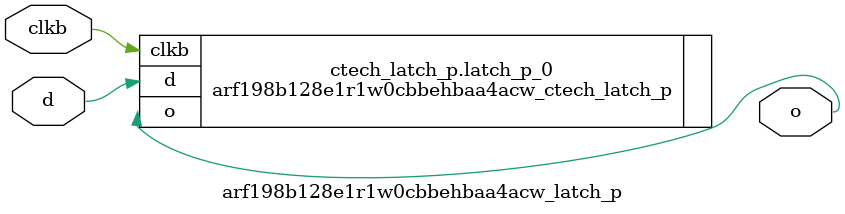
<source format=sv>

`ifndef ARF198B128E1R1W0CBBEHBAA4ACW_LATCH_P_SV
`define ARF198B128E1R1W0CBBEHBAA4ACW_LATCH_P_SV

module arf198b128e1r1w0cbbehbaa4acw_latch_p #
(
  parameter CTECH = 1
)
(
  output logic o,
  input  logic d,
  input  logic clkb
);

  if (CTECH == 1) begin: ctech_latch_p
    arf198b128e1r1w0cbbehbaa4acw_ctech_latch_p latch_p_0 (.o(o),.d(d),.clkb(clkb));
  end
  else begin
    always_latch begin
      if (~clkb) begin
        o <= d;
      end
    end
  end

endmodule // arf198b128e1r1w0cbbehbaa4acw_latch_p

`endif // ARF198B128E1R1W0CBBEHBAA4ACW_LATCH_P_SV
</source>
